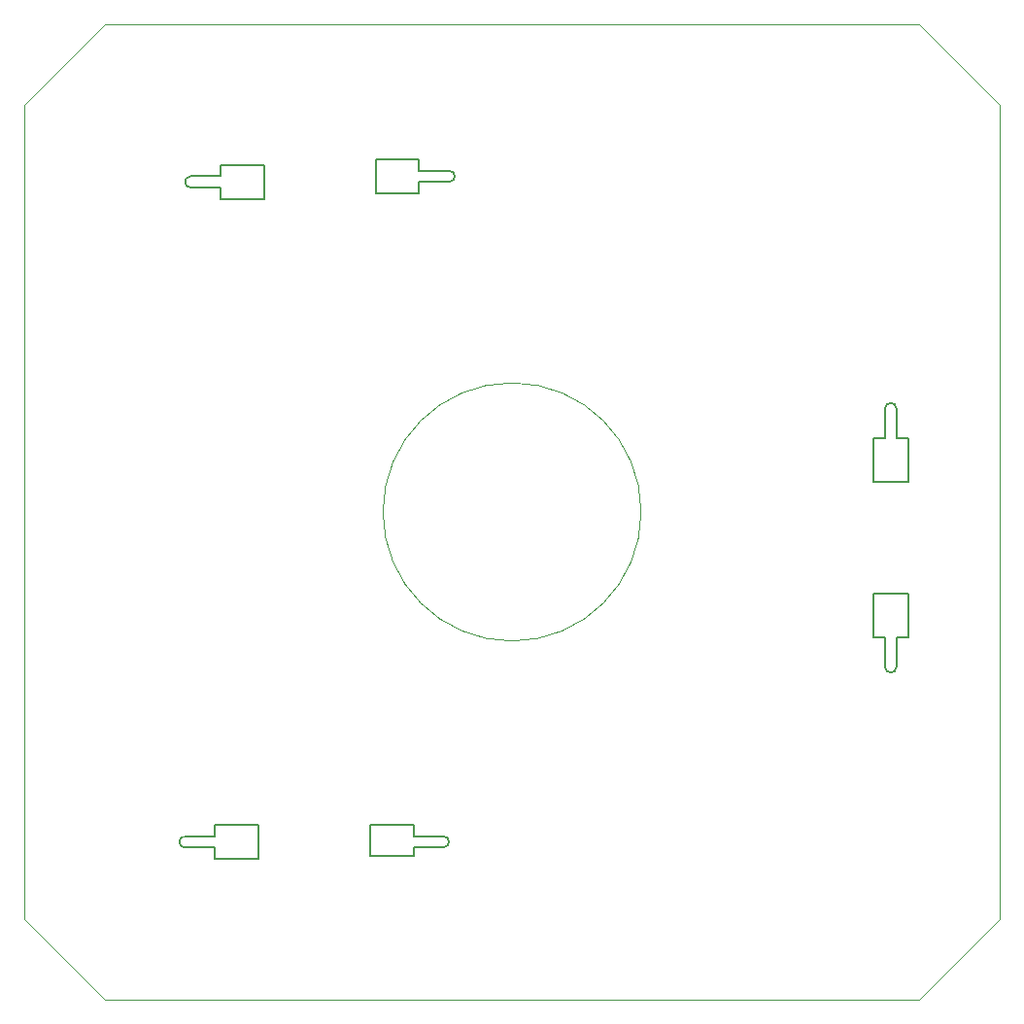
<source format=gm1>
G04 #@! TF.FileFunction,Profile,NP*
%FSLAX46Y46*%
G04 Gerber Fmt 4.6, Leading zero omitted, Abs format (unit mm)*
G04 Created by KiCad (PCBNEW 4.0.6+dfsg1-1) date Mon Aug 21 20:19:56 2017*
%MOMM*%
%LPD*%
G01*
G04 APERTURE LIST*
%ADD10C,0.100000*%
%ADD11C,0.001000*%
%ADD12C,0.150000*%
G04 APERTURE END LIST*
D10*
D11*
X64500000Y-142500000D02*
X57500000Y-135500000D01*
X142500000Y-135500000D02*
X135500000Y-142500000D01*
X135500000Y-57500000D02*
X142500000Y-64500000D01*
X57500000Y-64500000D02*
X64500000Y-57500000D01*
D12*
X91900000Y-72250000D02*
X91900000Y-71250000D01*
X132500000Y-91000000D02*
X132500000Y-93600000D01*
X133500000Y-91000000D02*
G75*
G03X132500000Y-91000000I-500000J0D01*
G01*
X133500000Y-93600000D02*
X133500000Y-91000000D01*
X134500000Y-93600000D02*
X133500000Y-93600000D01*
X132500000Y-93600000D02*
X131500000Y-93600000D01*
X131500000Y-93600000D02*
X131500000Y-97400000D01*
X131500000Y-97400000D02*
X134500000Y-97400000D01*
X134500000Y-97400000D02*
X134500000Y-93600000D01*
X132500000Y-113500000D02*
X132500000Y-110900000D01*
X133500000Y-113500000D02*
G75*
G02X132500000Y-113500000I-500000J0D01*
G01*
X133500000Y-110900000D02*
X133500000Y-113500000D01*
X134500000Y-110900000D02*
X133500000Y-110900000D01*
X132500000Y-110900000D02*
X131500000Y-110900000D01*
X131500000Y-110900000D02*
X131500000Y-107100000D01*
X131500000Y-107100000D02*
X134500000Y-107100000D01*
X134500000Y-107100000D02*
X134500000Y-110900000D01*
X74600000Y-70750000D02*
X74600000Y-69750000D01*
X78400000Y-69750000D02*
X78400000Y-72750000D01*
X78400000Y-72750000D02*
X74600000Y-72750000D01*
X74600000Y-72750000D02*
X74600000Y-71750000D01*
X74600000Y-69750000D02*
X78400000Y-69750000D01*
X72000000Y-70750000D02*
X74600000Y-70750000D01*
X74600000Y-71750000D02*
X72000000Y-71750000D01*
X72000000Y-71750000D02*
G75*
G02X72000000Y-70750000I0J500000D01*
G01*
X91900000Y-70250000D02*
X91900000Y-69250000D01*
X88100000Y-69250000D02*
X88100000Y-72250000D01*
X88100000Y-72250000D02*
X91900000Y-72250000D01*
X91900000Y-69250000D02*
X88100000Y-69250000D01*
X94500000Y-70250000D02*
X91900000Y-70250000D01*
X91900000Y-71250000D02*
X94500000Y-71250000D01*
X94500000Y-71250000D02*
G75*
G03X94500000Y-70250000I0J500000D01*
G01*
X94000000Y-129250000D02*
G75*
G03X94000000Y-128250000I0J500000D01*
G01*
X71500000Y-128250000D02*
G75*
G03X71500000Y-129250000I0J-500000D01*
G01*
X77900000Y-130250000D02*
X77900000Y-127250000D01*
X74100000Y-130250000D02*
X77900000Y-130250000D01*
X74100000Y-129250000D02*
X74100000Y-130250000D01*
X71500000Y-129250000D02*
X74100000Y-129250000D01*
X74100000Y-128250000D02*
X71500000Y-128250000D01*
X74100000Y-127250000D02*
X74100000Y-128250000D01*
X77900000Y-127250000D02*
X74100000Y-127250000D01*
X87600000Y-130000000D02*
X87600000Y-127250000D01*
X91400000Y-130000000D02*
X87600000Y-130000000D01*
X91400000Y-129250000D02*
X91400000Y-130000000D01*
X94000000Y-129250000D02*
X91400000Y-129250000D01*
X91400000Y-128250000D02*
X94000000Y-128250000D01*
X91400000Y-127250000D02*
X91400000Y-128250000D01*
X87600000Y-127250000D02*
X91400000Y-127250000D01*
D11*
X111250000Y-100000000D02*
G75*
G03X111250000Y-100000000I-11250000J0D01*
G01*
X57500000Y-135500000D02*
X57500000Y-64500000D01*
X135500000Y-142500000D02*
X64500000Y-142500000D01*
X142500000Y-64500000D02*
X142500000Y-135500000D01*
X64500000Y-57500000D02*
X135500000Y-57500000D01*
M02*

</source>
